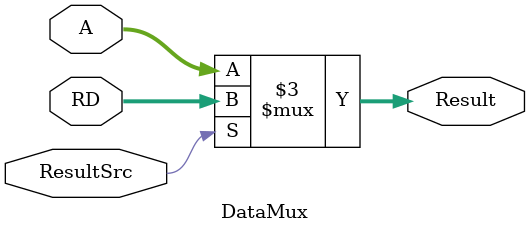
<source format=sv>
module DataMux (
    input  logic [31:0]  A,
    input  logic [31:0]  RD,
    input  logic         ResultSrc,
    output logic [31:0]  Result
);
always_comb begin
    if (ResultSrc) Result = RD;
    else Result = A;
end 

endmodule

</source>
